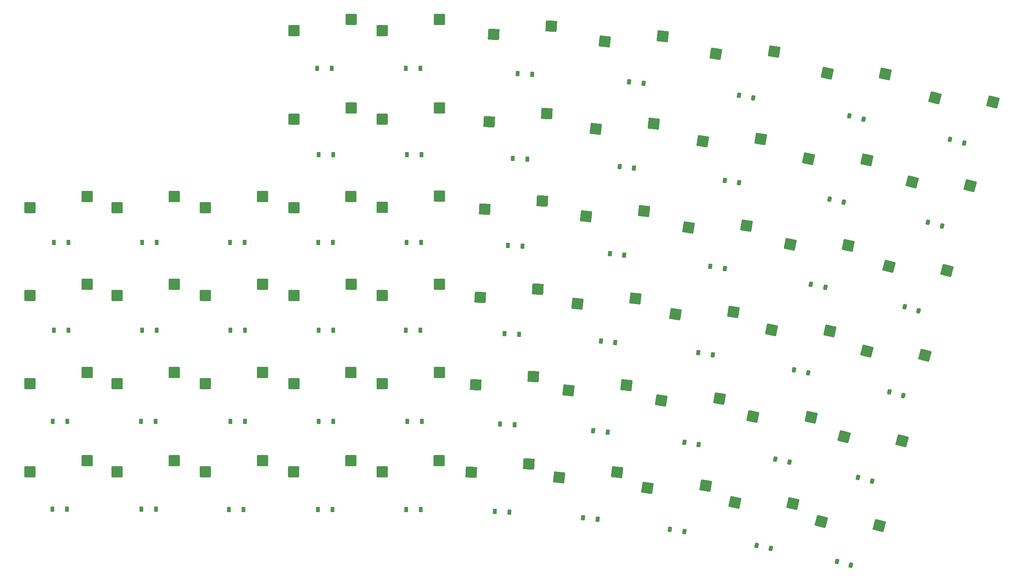
<source format=gbr>
%TF.GenerationSoftware,KiCad,Pcbnew,9.0.2*%
%TF.CreationDate,2025-07-31T22:52:32+02:00*%
%TF.ProjectId,multiboard_LEFT,6d756c74-6962-46f6-9172-645f4c454654,1.0*%
%TF.SameCoordinates,Original*%
%TF.FileFunction,Paste,Bot*%
%TF.FilePolarity,Positive*%
%FSLAX46Y46*%
G04 Gerber Fmt 4.6, Leading zero omitted, Abs format (unit mm)*
G04 Created by KiCad (PCBNEW 9.0.2) date 2025-07-31 22:52:32*
%MOMM*%
%LPD*%
G01*
G04 APERTURE LIST*
G04 Aperture macros list*
%AMRoundRect*
0 Rectangle with rounded corners*
0 $1 Rounding radius*
0 $2 $3 $4 $5 $6 $7 $8 $9 X,Y pos of 4 corners*
0 Add a 4 corners polygon primitive as box body*
4,1,4,$2,$3,$4,$5,$6,$7,$8,$9,$2,$3,0*
0 Add four circle primitives for the rounded corners*
1,1,$1+$1,$2,$3*
1,1,$1+$1,$4,$5*
1,1,$1+$1,$6,$7*
1,1,$1+$1,$8,$9*
0 Add four rect primitives between the rounded corners*
20,1,$1+$1,$2,$3,$4,$5,0*
20,1,$1+$1,$4,$5,$6,$7,0*
20,1,$1+$1,$6,$7,$8,$9,0*
20,1,$1+$1,$8,$9,$2,$3,0*%
G04 Aperture macros list end*
%ADD10RoundRect,0.225000X-0.225000X-0.375000X0.225000X-0.375000X0.225000X0.375000X-0.225000X0.375000X0*%
%ADD11RoundRect,0.200000X1.310130X0.735992X-0.766610X1.292453X-1.310130X-0.735992X0.766610X-1.292453X0*%
%ADD12RoundRect,0.200000X1.178866X0.931880X-0.959356X1.156616X-1.178866X-0.931880X0.959356X-1.156616X0*%
%ADD13RoundRect,0.225000X-0.280893X-0.335185X0.163567X-0.405581X0.280893X0.335185X-0.163567X0.405581X0*%
%ADD14RoundRect,0.200000X1.075000X1.050000X-1.075000X1.050000X-1.075000X-1.050000X1.075000X-1.050000X0*%
%ADD15RoundRect,0.225000X-0.314390X-0.303988X0.120276X-0.420456X0.314390X0.303988X-0.120276X0.420456X0*%
%ADD16RoundRect,0.225000X-0.262966X-0.349427X0.184569X-0.396465X0.262966X0.349427X-0.184569X0.396465X0*%
%ADD17RoundRect,0.200000X1.128480X0.992300X-1.018574X1.104822X-1.128480X-0.992300X1.018574X-1.104822X0*%
%ADD18RoundRect,0.200000X1.269816X0.803550X-0.833201X1.250560X-1.269816X-0.803550X0.833201X-1.250560X0*%
%ADD19RoundRect,0.225000X-0.298050X-0.320025X0.142116X-0.413585X0.298050X0.320025X-0.142116X0.413585X0*%
%ADD20RoundRect,0.225000X-0.244318X-0.362710X0.205066X-0.386262X0.244318X0.362710X-0.205066X0.386262X0*%
%ADD21RoundRect,0.200000X1.226021X0.868906X-0.897509X1.205240X-1.226021X-0.868906X0.897509X-1.205240X0*%
G04 APERTURE END LIST*
D10*
%TO.C,D22*%
X72908254Y-94643930D03*
X76208254Y-94643930D03*
%TD*%
D11*
%TO.C,SW42*%
X242000000Y-80200000D03*
X255143923Y-81092303D03*
%TD*%
D12*
%TO.C,SW19*%
X169411610Y-108235802D03*
X182533297Y-107060956D03*
%TD*%
D10*
%TO.C,D44*%
X112908254Y-54833730D03*
X116208254Y-54833730D03*
%TD*%
%TO.C,D54*%
X112558254Y-35327130D03*
X115858254Y-35327130D03*
%TD*%
D13*
%TO.C,D18*%
X195668647Y-120028950D03*
X198928019Y-120545184D03*
%TD*%
D10*
%TO.C,D21*%
X52908254Y-94643930D03*
X56208254Y-94643930D03*
%TD*%
D14*
%TO.C,SW17*%
X127263477Y-106717130D03*
X140190477Y-104177130D03*
%TD*%
D15*
%TO.C,D30*%
X242027739Y-108646935D03*
X245215295Y-109501035D03*
%TD*%
%TO.C,D20*%
X234966880Y-127983581D03*
X238154436Y-128837681D03*
%TD*%
D16*
%TO.C,D37*%
X178798740Y-77286198D03*
X182080662Y-77631142D03*
%TD*%
D10*
%TO.C,D14*%
X112908254Y-115327130D03*
X116208254Y-115327130D03*
%TD*%
D14*
%TO.C,SW47*%
X127285699Y-46797130D03*
X140212699Y-44257130D03*
%TD*%
D11*
%TO.C,SW12*%
X226643683Y-138008818D03*
X239787606Y-138901121D03*
%TD*%
D17*
%TO.C,SW38*%
X150443683Y-67200000D03*
X163485900Y-65340028D03*
%TD*%
D16*
%TO.C,D47*%
X181000057Y-57590798D03*
X184281979Y-57935742D03*
%TD*%
D14*
%TO.C,SW35*%
X87227921Y-66847130D03*
X100154921Y-64307130D03*
%TD*%
D11*
%TO.C,SW32*%
X237000000Y-99400000D03*
X250143923Y-100292303D03*
%TD*%
D13*
%TO.C,D28*%
X198816075Y-99745750D03*
X202075447Y-100261984D03*
%TD*%
D11*
%TO.C,SW62*%
X252400000Y-42000000D03*
X265543923Y-42892303D03*
%TD*%
D18*
%TO.C,SW61*%
X228000000Y-36400000D03*
X241172610Y-36603179D03*
%TD*%
D12*
%TO.C,SW49*%
X175600000Y-49000000D03*
X188721687Y-47825154D03*
%TD*%
D17*
%TO.C,SW48*%
X151443683Y-47400000D03*
X164485900Y-45540028D03*
%TD*%
D10*
%TO.C,D33*%
X92830476Y-74729130D03*
X96130476Y-74729130D03*
%TD*%
%TO.C,D31*%
X52908254Y-74729130D03*
X56208254Y-74729130D03*
%TD*%
D12*
%TO.C,SW29*%
X171496704Y-88600000D03*
X184618391Y-87425154D03*
%TD*%
D10*
%TO.C,D4*%
X112708254Y-135327130D03*
X116008254Y-135327130D03*
%TD*%
D12*
%TO.C,SW59*%
X177600000Y-29200000D03*
X190721687Y-28025154D03*
%TD*%
D19*
%TO.C,D9*%
X211980098Y-143377319D03*
X215207986Y-144063427D03*
%TD*%
D14*
%TO.C,SW7*%
X127227921Y-126717130D03*
X140154921Y-124177130D03*
%TD*%
D11*
%TO.C,SW22*%
X231800000Y-118800000D03*
X244943923Y-119692303D03*
%TD*%
D14*
%TO.C,SW25*%
X87219032Y-86767130D03*
X100146032Y-84227130D03*
%TD*%
D19*
%TO.C,D19*%
X216237913Y-123884495D03*
X219465801Y-124570603D03*
%TD*%
D10*
%TO.C,D45*%
X132849921Y-54833730D03*
X136149921Y-54833730D03*
%TD*%
D20*
%TO.C,D56*%
X157948205Y-36496165D03*
X161243683Y-36668873D03*
%TD*%
D14*
%TO.C,SW15*%
X87227921Y-106767130D03*
X100154921Y-104227130D03*
%TD*%
%TO.C,SW27*%
X127245699Y-86797130D03*
X140172699Y-84257130D03*
%TD*%
%TO.C,SW5*%
X87210143Y-126767130D03*
X100137143Y-124227130D03*
%TD*%
D21*
%TO.C,SW10*%
X187297125Y-130350819D03*
X200462315Y-129864319D03*
%TD*%
D10*
%TO.C,D15*%
X132908254Y-115327130D03*
X136208254Y-115327130D03*
%TD*%
D18*
%TO.C,SW21*%
X211200000Y-114200000D03*
X224372610Y-114403179D03*
%TD*%
D10*
%TO.C,D25*%
X132558254Y-94643930D03*
X135858254Y-94643930D03*
%TD*%
D12*
%TO.C,SW9*%
X167320037Y-127986861D03*
X180441724Y-126812015D03*
%TD*%
D11*
%TO.C,SW52*%
X247200000Y-61000000D03*
X260343923Y-61892303D03*
%TD*%
D10*
%TO.C,D34*%
X112791587Y-74729130D03*
X116091587Y-74729130D03*
%TD*%
D14*
%TO.C,SW36*%
X107254587Y-66847130D03*
X120181587Y-64307130D03*
%TD*%
%TO.C,SW4*%
X67235144Y-126717130D03*
X80162144Y-124177130D03*
%TD*%
%TO.C,SW57*%
X127285699Y-26717130D03*
X140212699Y-24177130D03*
%TD*%
D10*
%TO.C,D24*%
X112908254Y-94643930D03*
X116208254Y-94643930D03*
%TD*%
%TO.C,D55*%
X132558254Y-35327130D03*
X135858254Y-35327130D03*
%TD*%
D21*
%TO.C,SW30*%
X193600000Y-91000000D03*
X206765190Y-90513500D03*
%TD*%
%TO.C,SW40*%
X196600000Y-71400000D03*
X209765190Y-70913500D03*
%TD*%
D16*
%TO.C,D27*%
X176761761Y-97080998D03*
X180043683Y-97425942D03*
%TD*%
D20*
%TO.C,D26*%
X154948205Y-95412965D03*
X158243683Y-95585673D03*
%TD*%
D19*
%TO.C,D29*%
X220473469Y-103601295D03*
X223701357Y-104287403D03*
%TD*%
D15*
%TO.C,D40*%
X245501184Y-89347186D03*
X248688740Y-90201286D03*
%TD*%
D20*
%TO.C,D36*%
X155744746Y-75418165D03*
X159040224Y-75590873D03*
%TD*%
D14*
%TO.C,SW16*%
X107254587Y-106767130D03*
X120181587Y-104227130D03*
%TD*%
D10*
%TO.C,D35*%
X132752698Y-74729130D03*
X136052698Y-74729130D03*
%TD*%
D19*
%TO.C,D39*%
X224326802Y-84206495D03*
X227554690Y-84892603D03*
%TD*%
D17*
%TO.C,SW18*%
X148452698Y-107000000D03*
X161494915Y-105140028D03*
%TD*%
D14*
%TO.C,SW34*%
X67227921Y-66847130D03*
X80154921Y-64307130D03*
%TD*%
D18*
%TO.C,SW41*%
X219600000Y-75200000D03*
X232772610Y-75403179D03*
%TD*%
D14*
%TO.C,SW14*%
X67227921Y-106767130D03*
X80154921Y-104227130D03*
%TD*%
D18*
%TO.C,SW31*%
X215400000Y-94600000D03*
X228572610Y-94803179D03*
%TD*%
D10*
%TO.C,D11*%
X52708254Y-115327130D03*
X56008254Y-115327130D03*
%TD*%
%TO.C,D23*%
X92908254Y-94643930D03*
X96208254Y-94643930D03*
%TD*%
D14*
%TO.C,SW46*%
X107281254Y-46847130D03*
X120208254Y-44307130D03*
%TD*%
%TO.C,SW33*%
X47526254Y-66847130D03*
X60453254Y-64307130D03*
%TD*%
D13*
%TO.C,D38*%
X201552742Y-80150950D03*
X204812114Y-80667184D03*
%TD*%
D10*
%TO.C,D32*%
X72869365Y-74729130D03*
X76169365Y-74729130D03*
%TD*%
D20*
%TO.C,D6*%
X152748205Y-135723295D03*
X156043683Y-135896003D03*
%TD*%
D15*
%TO.C,D50*%
X250800000Y-70200001D03*
X253987556Y-71054101D03*
%TD*%
D13*
%TO.C,D8*%
X192384311Y-139779769D03*
X195643683Y-140296003D03*
%TD*%
D16*
%TO.C,D17*%
X175000000Y-117400000D03*
X178281922Y-117744944D03*
%TD*%
D21*
%TO.C,SW60*%
X202800000Y-32000000D03*
X215965190Y-31513500D03*
%TD*%
D17*
%TO.C,SW58*%
X152470476Y-27600000D03*
X165512693Y-25740028D03*
%TD*%
D10*
%TO.C,D1*%
X52558254Y-135227130D03*
X55858254Y-135227130D03*
%TD*%
D20*
%TO.C,D46*%
X156804745Y-55722765D03*
X160100223Y-55895473D03*
%TD*%
D14*
%TO.C,SW13*%
X47526254Y-106767130D03*
X60453254Y-104227130D03*
%TD*%
D21*
%TO.C,SW50*%
X199800000Y-51800000D03*
X212965190Y-51313500D03*
%TD*%
D10*
%TO.C,D3*%
X92558254Y-135327130D03*
X95858254Y-135327130D03*
%TD*%
%TO.C,D5*%
X132708254Y-135327130D03*
X136008254Y-135327130D03*
%TD*%
D14*
%TO.C,SW37*%
X127263477Y-66797130D03*
X140190477Y-64257130D03*
%TD*%
D13*
%TO.C,D58*%
X208016075Y-41428950D03*
X211275447Y-41945184D03*
%TD*%
D17*
%TO.C,SW28*%
X149470476Y-87200000D03*
X162512693Y-85340028D03*
%TD*%
D14*
%TO.C,SW24*%
X67263477Y-86767130D03*
X80190477Y-84227130D03*
%TD*%
%TO.C,SW26*%
X107281254Y-86767130D03*
X120208254Y-84227130D03*
%TD*%
D15*
%TO.C,D60*%
X255800000Y-51400001D03*
X258987556Y-52254101D03*
%TD*%
D13*
%TO.C,D48*%
X204782742Y-60655550D03*
X208042114Y-61171784D03*
%TD*%
D18*
%TO.C,SW11*%
X207071073Y-133692824D03*
X220243683Y-133896003D03*
%TD*%
D19*
%TO.C,D59*%
X233033469Y-46084495D03*
X236261357Y-46770603D03*
%TD*%
D10*
%TO.C,D13*%
X92908254Y-115327130D03*
X96208254Y-115327130D03*
%TD*%
D21*
%TO.C,SW20*%
X190443683Y-110600000D03*
X203608873Y-110113500D03*
%TD*%
D10*
%TO.C,D2*%
X72708254Y-135227130D03*
X76008254Y-135227130D03*
%TD*%
D14*
%TO.C,SW56*%
X107281254Y-26767130D03*
X120208254Y-24227130D03*
%TD*%
D16*
%TO.C,D7*%
X172761761Y-137151059D03*
X176043683Y-137496003D03*
%TD*%
D14*
%TO.C,SW6*%
X107227921Y-126767130D03*
X120154921Y-124227130D03*
%TD*%
D16*
%TO.C,D57*%
X183175057Y-38364198D03*
X186456979Y-38709142D03*
%TD*%
D12*
%TO.C,SW39*%
X173443683Y-68800000D03*
X186565370Y-67625154D03*
%TD*%
D17*
%TO.C,SW8*%
X147408254Y-126827130D03*
X160450471Y-124967158D03*
%TD*%
D10*
%TO.C,D12*%
X72662921Y-115327130D03*
X75962921Y-115327130D03*
%TD*%
D14*
%TO.C,SW23*%
X47526254Y-86767130D03*
X60453254Y-84227130D03*
%TD*%
D15*
%TO.C,D10*%
X230186089Y-147068953D03*
X233373645Y-147923053D03*
%TD*%
D19*
%TO.C,D49*%
X228541802Y-64911095D03*
X231769690Y-65597203D03*
%TD*%
D18*
%TO.C,SW51*%
X223800000Y-55800000D03*
X236972610Y-56003179D03*
%TD*%
D20*
%TO.C,D16*%
X153948205Y-115896165D03*
X157243683Y-116068873D03*
%TD*%
D14*
%TO.C,SW3*%
X47526254Y-126717130D03*
X60453254Y-124177130D03*
%TD*%
M02*

</source>
